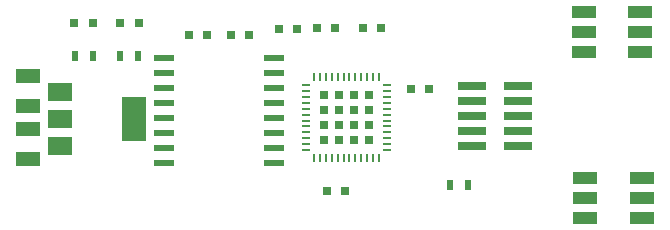
<source format=gbr>
G04 #@! TF.GenerationSoftware,KiCad,Pcbnew,5.1.4+dfsg1-1*
G04 #@! TF.CreationDate,2019-12-28T11:26:46-06:00*
G04 #@! TF.ProjectId,oxidized_flash,6f786964-697a-4656-945f-666c6173682e,rev?*
G04 #@! TF.SameCoordinates,Original*
G04 #@! TF.FileFunction,Paste,Top*
G04 #@! TF.FilePolarity,Positive*
%FSLAX46Y46*%
G04 Gerber Fmt 4.6, Leading zero omitted, Abs format (unit mm)*
G04 Created by KiCad (PCBNEW 5.1.4+dfsg1-1) date 2019-12-28 11:26:46*
%MOMM*%
%LPD*%
G04 APERTURE LIST*
%ADD10R,2.000000X1.500000*%
%ADD11R,2.000000X3.800000*%
%ADD12R,2.000000X1.100000*%
%ADD13R,1.800000X0.500000*%
%ADD14R,2.000000X1.200000*%
%ADD15R,0.800000X0.750000*%
%ADD16R,0.800000X0.800000*%
%ADD17R,2.400000X0.740000*%
%ADD18R,0.500000X0.900000*%
%ADD19R,0.772500X0.772500*%
%ADD20R,0.250000X0.700000*%
%ADD21R,0.700000X0.250000*%
G04 APERTURE END LIST*
D10*
X32766000Y-28942000D03*
X32766000Y-33542000D03*
X32766000Y-31242000D03*
D11*
X39066000Y-31242000D03*
D12*
X77242000Y-36224000D03*
X77242000Y-37924000D03*
X77242000Y-39624000D03*
X82042000Y-39624000D03*
X82042000Y-37924000D03*
X82042000Y-36224000D03*
D13*
X50878000Y-31115000D03*
X50878000Y-29845000D03*
X50878000Y-27305000D03*
X50878000Y-28575000D03*
X50878000Y-26035000D03*
X50878000Y-32385000D03*
X50878000Y-34925000D03*
X50878000Y-33655000D03*
X41578000Y-33655000D03*
X41578000Y-34925000D03*
X41578000Y-32385000D03*
X41578000Y-26035000D03*
X41578000Y-28575000D03*
X41578000Y-27305000D03*
X41578000Y-29845000D03*
X41578000Y-31115000D03*
D12*
X77102000Y-22176000D03*
X77102000Y-23876000D03*
X77102000Y-25576000D03*
X81902000Y-25576000D03*
X81902000Y-23876000D03*
X81902000Y-22176000D03*
D14*
X30032000Y-34600000D03*
X30032000Y-32100000D03*
X30032000Y-30100000D03*
X30032000Y-27600000D03*
D15*
X56896000Y-37338000D03*
X55396000Y-37338000D03*
X64008000Y-28702000D03*
X62508000Y-28702000D03*
X56049001Y-23529001D03*
X54549001Y-23529001D03*
X47268000Y-24130000D03*
X48768000Y-24130000D03*
X59899001Y-23529001D03*
X58399001Y-23529001D03*
X52808000Y-23622000D03*
X51308000Y-23622000D03*
D16*
X39408000Y-23114000D03*
X37808000Y-23114000D03*
X33960000Y-23114000D03*
X35560000Y-23114000D03*
D17*
X67646000Y-28448000D03*
X71546000Y-28448000D03*
X67646000Y-29718000D03*
X71546000Y-29718000D03*
X67646000Y-30988000D03*
X71546000Y-30988000D03*
X67646000Y-32258000D03*
X71546000Y-32258000D03*
X67646000Y-33528000D03*
X71546000Y-33528000D03*
D18*
X39370000Y-25908000D03*
X37870000Y-25908000D03*
X35560000Y-25908000D03*
X34060000Y-25908000D03*
X67298000Y-36830000D03*
X65798000Y-36830000D03*
D19*
X55083000Y-29192500D03*
X55083000Y-30480000D03*
X55083000Y-31767500D03*
X55083000Y-33055000D03*
X56370500Y-29192500D03*
X56370500Y-30480000D03*
X56370500Y-31767500D03*
X56370500Y-33055000D03*
X57658000Y-29192500D03*
X57658000Y-30480000D03*
X57658000Y-31767500D03*
X57658000Y-33055000D03*
X58945500Y-29192500D03*
X58945500Y-30480000D03*
X58945500Y-31767500D03*
X58945500Y-33055000D03*
D20*
X54264250Y-27723750D03*
X54764250Y-27723750D03*
X55264250Y-27723750D03*
X55764250Y-27723750D03*
X56264250Y-27723750D03*
X56764250Y-27723750D03*
X57264250Y-27723750D03*
X57764250Y-27723750D03*
X58264250Y-27723750D03*
X58764250Y-27723750D03*
X59264250Y-27723750D03*
X59764250Y-27723750D03*
D21*
X60414250Y-28373750D03*
X60414250Y-28873750D03*
X60414250Y-29373750D03*
X60414250Y-29873750D03*
X60414250Y-30373750D03*
X60414250Y-30873750D03*
X60414250Y-31373750D03*
X60414250Y-31873750D03*
X60414250Y-32373750D03*
X60414250Y-32873750D03*
X60414250Y-33373750D03*
X60414250Y-33873750D03*
D20*
X59764250Y-34523750D03*
X59264250Y-34523750D03*
X58764250Y-34523750D03*
X58264250Y-34523750D03*
X57764250Y-34523750D03*
X57264250Y-34523750D03*
X56764250Y-34523750D03*
X56264250Y-34523750D03*
X55764250Y-34523750D03*
X55264250Y-34523750D03*
X54764250Y-34523750D03*
X54264250Y-34523750D03*
D21*
X53614250Y-33873750D03*
X53614250Y-33373750D03*
X53614250Y-32873750D03*
X53614250Y-32373750D03*
X53614250Y-31873750D03*
X53614250Y-31373750D03*
X53614250Y-30873750D03*
X53614250Y-30373750D03*
X53614250Y-29873750D03*
X53614250Y-29373750D03*
X53614250Y-28873750D03*
X53614250Y-28373750D03*
D15*
X45212000Y-24130000D03*
X43712000Y-24130000D03*
M02*

</source>
